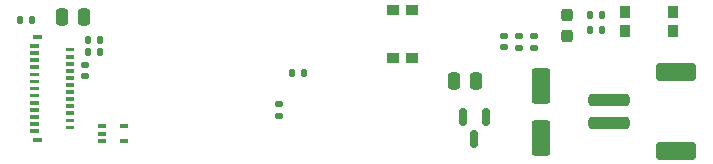
<source format=gbr>
G04 #@! TF.GenerationSoftware,KiCad,Pcbnew,(6.0.7)*
G04 #@! TF.CreationDate,2022-12-21T15:12:10+11:00*
G04 #@! TF.ProjectId,owts,6f777473-2e6b-4696-9361-645f70636258,0.0.2*
G04 #@! TF.SameCoordinates,Original*
G04 #@! TF.FileFunction,Paste,Top*
G04 #@! TF.FilePolarity,Positive*
%FSLAX46Y46*%
G04 Gerber Fmt 4.6, Leading zero omitted, Abs format (unit mm)*
G04 Created by KiCad (PCBNEW (6.0.7)) date 2022-12-21 15:12:10*
%MOMM*%
%LPD*%
G01*
G04 APERTURE LIST*
G04 Aperture macros list*
%AMRoundRect*
0 Rectangle with rounded corners*
0 $1 Rounding radius*
0 $2 $3 $4 $5 $6 $7 $8 $9 X,Y pos of 4 corners*
0 Add a 4 corners polygon primitive as box body*
4,1,4,$2,$3,$4,$5,$6,$7,$8,$9,$2,$3,0*
0 Add four circle primitives for the rounded corners*
1,1,$1+$1,$2,$3*
1,1,$1+$1,$4,$5*
1,1,$1+$1,$6,$7*
1,1,$1+$1,$8,$9*
0 Add four rect primitives between the rounded corners*
20,1,$1+$1,$2,$3,$4,$5,0*
20,1,$1+$1,$4,$5,$6,$7,0*
20,1,$1+$1,$6,$7,$8,$9,0*
20,1,$1+$1,$8,$9,$2,$3,0*%
G04 Aperture macros list end*
%ADD10C,0.010000*%
%ADD11RoundRect,0.135000X-0.135000X-0.185000X0.135000X-0.185000X0.135000X0.185000X-0.135000X0.185000X0*%
%ADD12RoundRect,0.150000X-0.150000X0.587500X-0.150000X-0.587500X0.150000X-0.587500X0.150000X0.587500X0*%
%ADD13R,0.900000X1.000000*%
%ADD14RoundRect,0.250000X1.500000X-0.250000X1.500000X0.250000X-1.500000X0.250000X-1.500000X-0.250000X0*%
%ADD15RoundRect,0.250001X1.449999X-0.499999X1.449999X0.499999X-1.449999X0.499999X-1.449999X-0.499999X0*%
%ADD16R,1.000000X0.900000*%
%ADD17RoundRect,0.135000X-0.185000X0.135000X-0.185000X-0.135000X0.185000X-0.135000X0.185000X0.135000X0*%
%ADD18RoundRect,0.140000X-0.170000X0.140000X-0.170000X-0.140000X0.170000X-0.140000X0.170000X0.140000X0*%
%ADD19RoundRect,0.140000X-0.140000X-0.170000X0.140000X-0.170000X0.140000X0.170000X-0.140000X0.170000X0*%
%ADD20RoundRect,0.250000X0.550000X-1.250000X0.550000X1.250000X-0.550000X1.250000X-0.550000X-1.250000X0*%
%ADD21R,0.650000X0.400000*%
%ADD22RoundRect,0.135000X0.185000X-0.135000X0.185000X0.135000X-0.185000X0.135000X-0.185000X-0.135000X0*%
%ADD23RoundRect,0.250000X0.250000X0.475000X-0.250000X0.475000X-0.250000X-0.475000X0.250000X-0.475000X0*%
%ADD24RoundRect,0.135000X0.135000X0.185000X-0.135000X0.185000X-0.135000X-0.185000X0.135000X-0.185000X0*%
%ADD25RoundRect,0.237500X0.237500X-0.287500X0.237500X0.287500X-0.237500X0.287500X-0.237500X-0.287500X0*%
%ADD26RoundRect,0.250000X-0.250000X-0.475000X0.250000X-0.475000X0.250000X0.475000X-0.250000X0.475000X0*%
G04 APERTURE END LIST*
G36*
X50503000Y-109115000D02*
G01*
X49953000Y-109115000D01*
X49953000Y-108885000D01*
X50503000Y-108885000D01*
X50503000Y-109115000D01*
G37*
D10*
X50503000Y-109115000D02*
X49953000Y-109115000D01*
X49953000Y-108885000D01*
X50503000Y-108885000D01*
X50503000Y-109115000D01*
G36*
X50503000Y-107915000D02*
G01*
X49953000Y-107915000D01*
X49953000Y-107685000D01*
X50503000Y-107685000D01*
X50503000Y-107915000D01*
G37*
X50503000Y-107915000D02*
X49953000Y-107915000D01*
X49953000Y-107685000D01*
X50503000Y-107685000D01*
X50503000Y-107915000D01*
G36*
X50503000Y-104315000D02*
G01*
X49953000Y-104315000D01*
X49953000Y-104085000D01*
X50503000Y-104085000D01*
X50503000Y-104315000D01*
G37*
X50503000Y-104315000D02*
X49953000Y-104315000D01*
X49953000Y-104085000D01*
X50503000Y-104085000D01*
X50503000Y-104315000D01*
G36*
X50503000Y-108515000D02*
G01*
X49953000Y-108515000D01*
X49953000Y-108285000D01*
X50503000Y-108285000D01*
X50503000Y-108515000D01*
G37*
X50503000Y-108515000D02*
X49953000Y-108515000D01*
X49953000Y-108285000D01*
X50503000Y-108285000D01*
X50503000Y-108515000D01*
G36*
X47553000Y-104615000D02*
G01*
X46903000Y-104615000D01*
X46903000Y-104385000D01*
X47553000Y-104385000D01*
X47553000Y-104615000D01*
G37*
X47553000Y-104615000D02*
X46903000Y-104615000D01*
X46903000Y-104385000D01*
X47553000Y-104385000D01*
X47553000Y-104615000D01*
G36*
X47553000Y-106415000D02*
G01*
X46903000Y-106415000D01*
X46903000Y-106185000D01*
X47553000Y-106185000D01*
X47553000Y-106415000D01*
G37*
X47553000Y-106415000D02*
X46903000Y-106415000D01*
X46903000Y-106185000D01*
X47553000Y-106185000D01*
X47553000Y-106415000D01*
G36*
X47803000Y-103300000D02*
G01*
X47103000Y-103300000D01*
X47103000Y-103000000D01*
X47803000Y-103000000D01*
X47803000Y-103300000D01*
G37*
X47803000Y-103300000D02*
X47103000Y-103300000D01*
X47103000Y-103000000D01*
X47803000Y-103000000D01*
X47803000Y-103300000D01*
G36*
X47553000Y-110015000D02*
G01*
X46903000Y-110015000D01*
X46903000Y-109785000D01*
X47553000Y-109785000D01*
X47553000Y-110015000D01*
G37*
X47553000Y-110015000D02*
X46903000Y-110015000D01*
X46903000Y-109785000D01*
X47553000Y-109785000D01*
X47553000Y-110015000D01*
G36*
X47803000Y-112000000D02*
G01*
X47103000Y-112000000D01*
X47103000Y-111700000D01*
X47803000Y-111700000D01*
X47803000Y-112000000D01*
G37*
X47803000Y-112000000D02*
X47103000Y-112000000D01*
X47103000Y-111700000D01*
X47803000Y-111700000D01*
X47803000Y-112000000D01*
G36*
X47553000Y-108815000D02*
G01*
X46903000Y-108815000D01*
X46903000Y-108585000D01*
X47553000Y-108585000D01*
X47553000Y-108815000D01*
G37*
X47553000Y-108815000D02*
X46903000Y-108815000D01*
X46903000Y-108585000D01*
X47553000Y-108585000D01*
X47553000Y-108815000D01*
G36*
X47553000Y-105815000D02*
G01*
X46903000Y-105815000D01*
X46903000Y-105585000D01*
X47553000Y-105585000D01*
X47553000Y-105815000D01*
G37*
X47553000Y-105815000D02*
X46903000Y-105815000D01*
X46903000Y-105585000D01*
X47553000Y-105585000D01*
X47553000Y-105815000D01*
G36*
X47553000Y-109415000D02*
G01*
X46903000Y-109415000D01*
X46903000Y-109185000D01*
X47553000Y-109185000D01*
X47553000Y-109415000D01*
G37*
X47553000Y-109415000D02*
X46903000Y-109415000D01*
X46903000Y-109185000D01*
X47553000Y-109185000D01*
X47553000Y-109415000D01*
G36*
X50503000Y-107315000D02*
G01*
X49953000Y-107315000D01*
X49953000Y-107085000D01*
X50503000Y-107085000D01*
X50503000Y-107315000D01*
G37*
X50503000Y-107315000D02*
X49953000Y-107315000D01*
X49953000Y-107085000D01*
X50503000Y-107085000D01*
X50503000Y-107315000D01*
G36*
X50503000Y-106715000D02*
G01*
X49953000Y-106715000D01*
X49953000Y-106485000D01*
X50503000Y-106485000D01*
X50503000Y-106715000D01*
G37*
X50503000Y-106715000D02*
X49953000Y-106715000D01*
X49953000Y-106485000D01*
X50503000Y-106485000D01*
X50503000Y-106715000D01*
G36*
X50503000Y-106115000D02*
G01*
X49953000Y-106115000D01*
X49953000Y-105885000D01*
X50503000Y-105885000D01*
X50503000Y-106115000D01*
G37*
X50503000Y-106115000D02*
X49953000Y-106115000D01*
X49953000Y-105885000D01*
X50503000Y-105885000D01*
X50503000Y-106115000D01*
G36*
X47553000Y-104015000D02*
G01*
X46903000Y-104015000D01*
X46903000Y-103785000D01*
X47553000Y-103785000D01*
X47553000Y-104015000D01*
G37*
X47553000Y-104015000D02*
X46903000Y-104015000D01*
X46903000Y-103785000D01*
X47553000Y-103785000D01*
X47553000Y-104015000D01*
G36*
X47553000Y-105215000D02*
G01*
X46903000Y-105215000D01*
X46903000Y-104985000D01*
X47553000Y-104985000D01*
X47553000Y-105215000D01*
G37*
X47553000Y-105215000D02*
X46903000Y-105215000D01*
X46903000Y-104985000D01*
X47553000Y-104985000D01*
X47553000Y-105215000D01*
G36*
X50503000Y-105515000D02*
G01*
X49953000Y-105515000D01*
X49953000Y-105285000D01*
X50503000Y-105285000D01*
X50503000Y-105515000D01*
G37*
X50503000Y-105515000D02*
X49953000Y-105515000D01*
X49953000Y-105285000D01*
X50503000Y-105285000D01*
X50503000Y-105515000D01*
G36*
X47553000Y-107615000D02*
G01*
X46903000Y-107615000D01*
X46903000Y-107385000D01*
X47553000Y-107385000D01*
X47553000Y-107615000D01*
G37*
X47553000Y-107615000D02*
X46903000Y-107615000D01*
X46903000Y-107385000D01*
X47553000Y-107385000D01*
X47553000Y-107615000D01*
G36*
X47553000Y-108215000D02*
G01*
X46903000Y-108215000D01*
X46903000Y-107985000D01*
X47553000Y-107985000D01*
X47553000Y-108215000D01*
G37*
X47553000Y-108215000D02*
X46903000Y-108215000D01*
X46903000Y-107985000D01*
X47553000Y-107985000D01*
X47553000Y-108215000D01*
G36*
X50503000Y-104915000D02*
G01*
X49953000Y-104915000D01*
X49953000Y-104685000D01*
X50503000Y-104685000D01*
X50503000Y-104915000D01*
G37*
X50503000Y-104915000D02*
X49953000Y-104915000D01*
X49953000Y-104685000D01*
X50503000Y-104685000D01*
X50503000Y-104915000D01*
G36*
X47553000Y-107015000D02*
G01*
X46903000Y-107015000D01*
X46903000Y-106785000D01*
X47553000Y-106785000D01*
X47553000Y-107015000D01*
G37*
X47553000Y-107015000D02*
X46903000Y-107015000D01*
X46903000Y-106785000D01*
X47553000Y-106785000D01*
X47553000Y-107015000D01*
G36*
X50503000Y-109715000D02*
G01*
X49953000Y-109715000D01*
X49953000Y-109485000D01*
X50503000Y-109485000D01*
X50503000Y-109715000D01*
G37*
X50503000Y-109715000D02*
X49953000Y-109715000D01*
X49953000Y-109485000D01*
X50503000Y-109485000D01*
X50503000Y-109715000D01*
G36*
X47553000Y-110615000D02*
G01*
X46903000Y-110615000D01*
X46903000Y-110385000D01*
X47553000Y-110385000D01*
X47553000Y-110615000D01*
G37*
X47553000Y-110615000D02*
X46903000Y-110615000D01*
X46903000Y-110385000D01*
X47553000Y-110385000D01*
X47553000Y-110615000D01*
G36*
X47553000Y-111215000D02*
G01*
X46903000Y-111215000D01*
X46903000Y-110985000D01*
X47553000Y-110985000D01*
X47553000Y-111215000D01*
G37*
X47553000Y-111215000D02*
X46903000Y-111215000D01*
X46903000Y-110985000D01*
X47553000Y-110985000D01*
X47553000Y-111215000D01*
G36*
X50503000Y-110315000D02*
G01*
X49953000Y-110315000D01*
X49953000Y-110085000D01*
X50503000Y-110085000D01*
X50503000Y-110315000D01*
G37*
X50503000Y-110315000D02*
X49953000Y-110315000D01*
X49953000Y-110085000D01*
X50503000Y-110085000D01*
X50503000Y-110315000D01*
G36*
X50503000Y-110915000D02*
G01*
X49953000Y-110915000D01*
X49953000Y-110685000D01*
X50503000Y-110685000D01*
X50503000Y-110915000D01*
G37*
X50503000Y-110915000D02*
X49953000Y-110915000D01*
X49953000Y-110685000D01*
X50503000Y-110685000D01*
X50503000Y-110915000D01*
D11*
X69090000Y-106250000D03*
X70110000Y-106250000D03*
D12*
X85450000Y-109962500D03*
X83550000Y-109962500D03*
X84500000Y-111837500D03*
D13*
X101350000Y-101100000D03*
X97250000Y-101100000D03*
X101350000Y-102700000D03*
X97250000Y-102700000D03*
D14*
X95850000Y-110500000D03*
X95850000Y-108500000D03*
D15*
X101600000Y-106150000D03*
X101600000Y-112850000D03*
D16*
X79200000Y-104950000D03*
X79200000Y-100850000D03*
X77600000Y-104950000D03*
X77600000Y-100850000D03*
D17*
X88250000Y-103055000D03*
X88250000Y-104075000D03*
D18*
X51528000Y-105520000D03*
X51528000Y-106480000D03*
D11*
X51740000Y-104479000D03*
X52760000Y-104479000D03*
D18*
X87000000Y-103085000D03*
X87000000Y-104045000D03*
D19*
X46048000Y-101750000D03*
X47008000Y-101750000D03*
D20*
X90100000Y-111700000D03*
X90100000Y-107300000D03*
D21*
X52950000Y-110705000D03*
X52950000Y-111355000D03*
X52950000Y-112005000D03*
X54850000Y-112005000D03*
X54850000Y-110705000D03*
D11*
X51740000Y-103455000D03*
X52760000Y-103455000D03*
D22*
X89500000Y-104075000D03*
X89500000Y-103055000D03*
D23*
X51478000Y-101500000D03*
X49578000Y-101500000D03*
D24*
X95310000Y-101300000D03*
X94290000Y-101300000D03*
D25*
X92320000Y-103070000D03*
X92320000Y-101320000D03*
D24*
X95310000Y-102600000D03*
X94290000Y-102600000D03*
D18*
X67950000Y-108870000D03*
X67950000Y-109830000D03*
D26*
X82750000Y-106900000D03*
X84650000Y-106900000D03*
M02*

</source>
